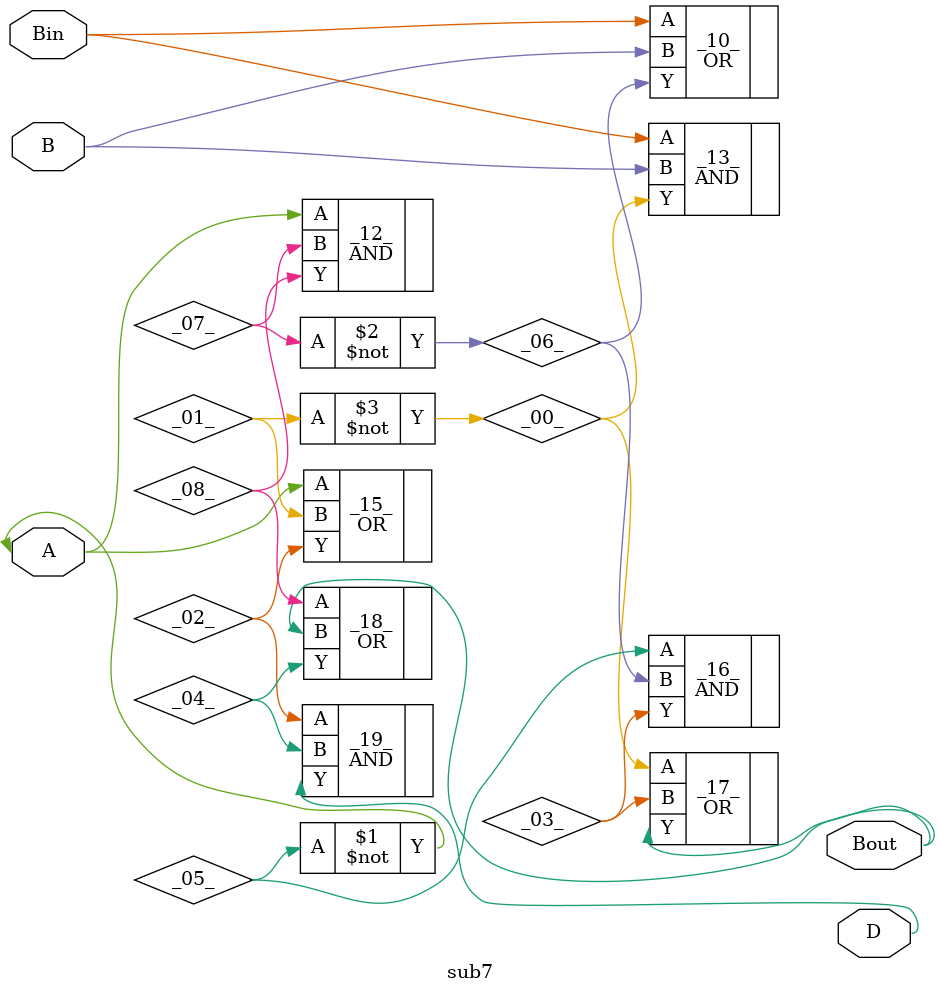
<source format=v>
/* Generated by Yosys 0.41+83 (git sha1 7045cf509, x86_64-w64-mingw32-g++ 13.2.1 -Os) */

/* cells_not_processed =  1  */
/* src = "sub7.v:2.1-42.10" */
module sub7(A, B, Bin, D, Bout);
  wire _00_;
  wire _01_;
  wire _02_;
  wire _03_;
  wire _04_;
  wire _05_;
  wire _06_;
  wire _07_;
  wire _08_;
  /* src = "sub7.v:3.11-3.12" */
  input A;
  wire A;
  /* src = "sub7.v:3.13-3.14" */
  input B;
  wire B;
  /* src = "sub7.v:3.15-3.18" */
  input Bin;
  wire Bin;
  /* src = "sub7.v:4.18-4.22" */
  output Bout;
  wire Bout;
  /* src = "sub7.v:4.16-4.17" */
  output D;
  wire D;
  not _09_ (
    .A(A),
    .Y(_05_)
  );
  OR _10_ (
    .A(Bin),
    .B(B),
    .Y(_06_)
  );
  not _11_ (
    .A(_06_),
    .Y(_07_)
  );
  AND _12_ (
    .A(A),
    .B(_07_),
    .Y(_08_)
  );
  AND _13_ (
    .A(Bin),
    .B(B),
    .Y(_00_)
  );
  not _14_ (
    .A(_00_),
    .Y(_01_)
  );
  OR _15_ (
    .A(A),
    .B(_01_),
    .Y(_02_)
  );
  AND _16_ (
    .A(_05_),
    .B(_06_),
    .Y(_03_)
  );
  OR _17_ (
    .A(_00_),
    .B(_03_),
    .Y(Bout)
  );
  OR _18_ (
    .A(_08_),
    .B(Bout),
    .Y(_04_)
  );
  AND _19_ (
    .A(_02_),
    .B(_04_),
    .Y(D)
  );
endmodule

</source>
